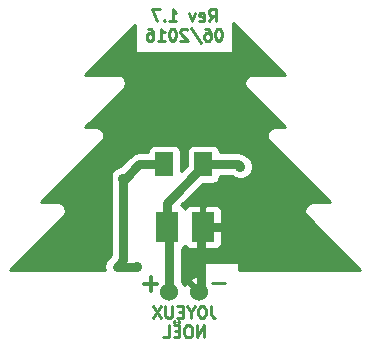
<source format=gbl>
G04 #@! TF.FileFunction,Copper,L2,Bot,Signal*
%FSLAX46Y46*%
G04 Gerber Fmt 4.6, Leading zero omitted, Abs format (unit mm)*
G04 Created by KiCad (PCBNEW 4.0.1-stable) date 27/05/2016 22:17:39*
%MOMM*%
G01*
G04 APERTURE LIST*
%ADD10C,0.150000*%
%ADD11C,0.250000*%
%ADD12C,0.375000*%
%ADD13C,1.524000*%
%ADD14R,1.524000X2.032000*%
%ADD15R,1.950720X2.499360*%
%ADD16C,0.889000*%
%ADD17C,0.800000*%
%ADD18C,0.254000*%
G04 APERTURE END LIST*
D10*
D11*
X319961428Y-198391429D02*
X318818571Y-198391429D01*
D12*
X314211428Y-198517143D02*
X313068571Y-198517143D01*
X313640000Y-199088571D02*
X313640000Y-197945714D01*
D11*
X318555428Y-176246281D02*
X318888762Y-175770090D01*
X319126857Y-176246281D02*
X319126857Y-175246281D01*
X318745904Y-175246281D01*
X318650666Y-175293900D01*
X318603047Y-175341519D01*
X318555428Y-175436757D01*
X318555428Y-175579614D01*
X318603047Y-175674852D01*
X318650666Y-175722471D01*
X318745904Y-175770090D01*
X319126857Y-175770090D01*
X317745904Y-176198662D02*
X317841142Y-176246281D01*
X318031619Y-176246281D01*
X318126857Y-176198662D01*
X318174476Y-176103424D01*
X318174476Y-175722471D01*
X318126857Y-175627233D01*
X318031619Y-175579614D01*
X317841142Y-175579614D01*
X317745904Y-175627233D01*
X317698285Y-175722471D01*
X317698285Y-175817710D01*
X318174476Y-175912948D01*
X317364952Y-175579614D02*
X317126857Y-176246281D01*
X316888761Y-175579614D01*
X315222094Y-176246281D02*
X315793523Y-176246281D01*
X315507809Y-176246281D02*
X315507809Y-175246281D01*
X315603047Y-175389138D01*
X315698285Y-175484376D01*
X315793523Y-175531995D01*
X314793523Y-176151043D02*
X314745904Y-176198662D01*
X314793523Y-176246281D01*
X314841142Y-176198662D01*
X314793523Y-176151043D01*
X314793523Y-176246281D01*
X314412571Y-175246281D02*
X313745904Y-175246281D01*
X314174476Y-176246281D01*
X319436381Y-176896281D02*
X319341142Y-176896281D01*
X319245904Y-176943900D01*
X319198285Y-176991519D01*
X319150666Y-177086757D01*
X319103047Y-177277233D01*
X319103047Y-177515329D01*
X319150666Y-177705805D01*
X319198285Y-177801043D01*
X319245904Y-177848662D01*
X319341142Y-177896281D01*
X319436381Y-177896281D01*
X319531619Y-177848662D01*
X319579238Y-177801043D01*
X319626857Y-177705805D01*
X319674476Y-177515329D01*
X319674476Y-177277233D01*
X319626857Y-177086757D01*
X319579238Y-176991519D01*
X319531619Y-176943900D01*
X319436381Y-176896281D01*
X318245904Y-176896281D02*
X318436381Y-176896281D01*
X318531619Y-176943900D01*
X318579238Y-176991519D01*
X318674476Y-177134376D01*
X318722095Y-177324852D01*
X318722095Y-177705805D01*
X318674476Y-177801043D01*
X318626857Y-177848662D01*
X318531619Y-177896281D01*
X318341142Y-177896281D01*
X318245904Y-177848662D01*
X318198285Y-177801043D01*
X318150666Y-177705805D01*
X318150666Y-177467710D01*
X318198285Y-177372471D01*
X318245904Y-177324852D01*
X318341142Y-177277233D01*
X318531619Y-177277233D01*
X318626857Y-177324852D01*
X318674476Y-177372471D01*
X318722095Y-177467710D01*
X317007809Y-176848662D02*
X317864952Y-178134376D01*
X316722095Y-176991519D02*
X316674476Y-176943900D01*
X316579238Y-176896281D01*
X316341142Y-176896281D01*
X316245904Y-176943900D01*
X316198285Y-176991519D01*
X316150666Y-177086757D01*
X316150666Y-177181995D01*
X316198285Y-177324852D01*
X316769714Y-177896281D01*
X316150666Y-177896281D01*
X315531619Y-176896281D02*
X315436380Y-176896281D01*
X315341142Y-176943900D01*
X315293523Y-176991519D01*
X315245904Y-177086757D01*
X315198285Y-177277233D01*
X315198285Y-177515329D01*
X315245904Y-177705805D01*
X315293523Y-177801043D01*
X315341142Y-177848662D01*
X315436380Y-177896281D01*
X315531619Y-177896281D01*
X315626857Y-177848662D01*
X315674476Y-177801043D01*
X315722095Y-177705805D01*
X315769714Y-177515329D01*
X315769714Y-177277233D01*
X315722095Y-177086757D01*
X315674476Y-176991519D01*
X315626857Y-176943900D01*
X315531619Y-176896281D01*
X314245904Y-177896281D02*
X314817333Y-177896281D01*
X314531619Y-177896281D02*
X314531619Y-176896281D01*
X314626857Y-177039138D01*
X314722095Y-177134376D01*
X314817333Y-177181995D01*
X313388761Y-176896281D02*
X313579238Y-176896281D01*
X313674476Y-176943900D01*
X313722095Y-176991519D01*
X313817333Y-177134376D01*
X313864952Y-177324852D01*
X313864952Y-177705805D01*
X313817333Y-177801043D01*
X313769714Y-177848662D01*
X313674476Y-177896281D01*
X313483999Y-177896281D01*
X313388761Y-177848662D01*
X313341142Y-177801043D01*
X313293523Y-177705805D01*
X313293523Y-177467710D01*
X313341142Y-177372471D01*
X313388761Y-177324852D01*
X313483999Y-177277233D01*
X313674476Y-177277233D01*
X313769714Y-177324852D01*
X313817333Y-177372471D01*
X313864952Y-177467710D01*
X318741904Y-200357381D02*
X318741904Y-201071667D01*
X318789524Y-201214524D01*
X318884762Y-201309762D01*
X319027619Y-201357381D01*
X319122857Y-201357381D01*
X318075238Y-200357381D02*
X317884761Y-200357381D01*
X317789523Y-200405000D01*
X317694285Y-200500238D01*
X317646666Y-200690714D01*
X317646666Y-201024048D01*
X317694285Y-201214524D01*
X317789523Y-201309762D01*
X317884761Y-201357381D01*
X318075238Y-201357381D01*
X318170476Y-201309762D01*
X318265714Y-201214524D01*
X318313333Y-201024048D01*
X318313333Y-200690714D01*
X318265714Y-200500238D01*
X318170476Y-200405000D01*
X318075238Y-200357381D01*
X317027619Y-200881190D02*
X317027619Y-201357381D01*
X317360952Y-200357381D02*
X317027619Y-200881190D01*
X316694285Y-200357381D01*
X316360952Y-200833571D02*
X316027618Y-200833571D01*
X315884761Y-201357381D02*
X316360952Y-201357381D01*
X316360952Y-200357381D01*
X315884761Y-200357381D01*
X315456190Y-200357381D02*
X315456190Y-201166905D01*
X315408571Y-201262143D01*
X315360952Y-201309762D01*
X315265714Y-201357381D01*
X315075237Y-201357381D01*
X314979999Y-201309762D01*
X314932380Y-201262143D01*
X314884761Y-201166905D01*
X314884761Y-200357381D01*
X314503809Y-200357381D02*
X313837142Y-201357381D01*
X313837142Y-200357381D02*
X314503809Y-201357381D01*
X318146667Y-203007381D02*
X318146667Y-202007381D01*
X317575238Y-203007381D01*
X317575238Y-202007381D01*
X316908572Y-202007381D02*
X316718095Y-202007381D01*
X316622857Y-202055000D01*
X316527619Y-202150238D01*
X316480000Y-202340714D01*
X316480000Y-202674048D01*
X316527619Y-202864524D01*
X316622857Y-202959762D01*
X316718095Y-203007381D01*
X316908572Y-203007381D01*
X317003810Y-202959762D01*
X317099048Y-202864524D01*
X317146667Y-202674048D01*
X317146667Y-202340714D01*
X317099048Y-202150238D01*
X317003810Y-202055000D01*
X316908572Y-202007381D01*
X316051429Y-202483571D02*
X315718095Y-202483571D01*
X315575238Y-203007381D02*
X316051429Y-203007381D01*
X316051429Y-202007381D01*
X315575238Y-202007381D01*
X316003810Y-201674048D02*
X315956191Y-201721667D01*
X316003810Y-201769286D01*
X316051429Y-201721667D01*
X316003810Y-201674048D01*
X316003810Y-201769286D01*
X315622857Y-201674048D02*
X315575238Y-201721667D01*
X315622857Y-201769286D01*
X315670476Y-201721667D01*
X315622857Y-201674048D01*
X315622857Y-201769286D01*
X314670476Y-203007381D02*
X315146667Y-203007381D01*
X315146667Y-202007381D01*
D13*
X317754000Y-199199500D03*
X315214000Y-199199500D03*
D14*
X314782200Y-188353700D03*
X318084200Y-188353700D03*
D15*
X315010800Y-193687700D03*
X318058800Y-193687700D03*
D16*
X321208400Y-188556900D03*
X309981600Y-192366900D03*
X312470800Y-197040500D03*
X311302400Y-189572900D03*
D17*
X321005200Y-188353700D02*
X318084200Y-188353700D01*
X321208400Y-188556900D02*
X321005200Y-188353700D01*
X318084200Y-188353700D02*
X318084200Y-188531500D01*
X315010800Y-191604900D02*
X315010800Y-193687700D01*
X318084200Y-188531500D02*
X315010800Y-191604900D01*
X315214000Y-199199500D02*
X315214000Y-193890900D01*
X315214000Y-193890900D02*
X315010800Y-193687700D01*
X313893200Y-185762900D02*
X311658000Y-185762900D01*
X309981600Y-188963300D02*
X309981600Y-192366900D01*
X309981600Y-187540900D02*
X309981600Y-188963300D01*
X310286400Y-187236100D02*
X309981600Y-187540900D01*
X310286400Y-187134500D02*
X310286400Y-187236100D01*
X311658000Y-185762900D02*
X310286400Y-187134500D01*
X318058800Y-193687700D02*
X319684400Y-193687700D01*
X321157600Y-185762900D02*
X315163200Y-185762900D01*
X315163200Y-185762900D02*
X313893200Y-185762900D01*
X313893200Y-185762900D02*
X313791600Y-185762900D01*
X322681600Y-187286900D02*
X321157600Y-185762900D01*
X322728279Y-192468537D02*
X322681600Y-187286900D01*
X319684400Y-193687700D02*
X322728279Y-192468537D01*
X317881000Y-197040500D02*
X317881000Y-193865500D01*
X317881000Y-193865500D02*
X318058800Y-193687700D01*
X317881000Y-196786500D02*
X317881000Y-197040500D01*
X317881000Y-197040500D02*
X317881000Y-199072500D01*
X317881000Y-199072500D02*
X317754000Y-199199500D01*
X311302400Y-189572900D02*
X311454800Y-189572900D01*
X312674000Y-188353700D02*
X314782200Y-188353700D01*
X311454800Y-189572900D02*
X312674000Y-188353700D01*
X312470800Y-197040500D02*
X310743600Y-197040500D01*
X311302400Y-196481700D02*
X311302400Y-189572900D01*
X310743600Y-197040500D02*
X311302400Y-196481700D01*
X314782200Y-188353700D02*
X314401200Y-188353700D01*
D18*
G36*
X324993408Y-180773000D02*
X322262500Y-180773000D01*
X321990795Y-180827046D01*
X321760454Y-180980954D01*
X321606546Y-181211295D01*
X321552500Y-181483000D01*
X321606546Y-181754705D01*
X321760454Y-181985046D01*
X324993408Y-185218000D01*
X324167500Y-185218000D01*
X323895795Y-185272046D01*
X323665454Y-185425954D01*
X323511546Y-185656295D01*
X323457500Y-185928000D01*
X323511546Y-186199705D01*
X323665454Y-186430046D01*
X328803408Y-191568000D01*
X327342500Y-191568000D01*
X327070795Y-191622046D01*
X326840454Y-191775954D01*
X326686546Y-192006295D01*
X326632500Y-192278000D01*
X326686546Y-192549705D01*
X326840454Y-192780046D01*
X331343409Y-197283000D01*
X321078572Y-197283000D01*
X321078572Y-196610000D01*
X317701429Y-196610000D01*
X317701429Y-197803383D01*
X317406632Y-197818138D01*
X317022857Y-197977103D01*
X316953392Y-198219287D01*
X317701429Y-198967324D01*
X317701429Y-199195000D01*
X317569895Y-199195000D01*
X316773787Y-198398892D01*
X316531603Y-198468357D01*
X316481491Y-198608818D01*
X316399010Y-198409197D01*
X316249000Y-198258925D01*
X316249000Y-195522831D01*
X316437601Y-195401470D01*
X316531456Y-195264108D01*
X316545113Y-195297079D01*
X316723742Y-195475707D01*
X316957131Y-195572380D01*
X317773050Y-195572380D01*
X317931800Y-195413630D01*
X317931800Y-193814700D01*
X318185800Y-193814700D01*
X318185800Y-195413630D01*
X318344550Y-195572380D01*
X319160469Y-195572380D01*
X319393858Y-195475707D01*
X319572487Y-195297079D01*
X319669160Y-195063690D01*
X319669160Y-193973450D01*
X319510410Y-193814700D01*
X318185800Y-193814700D01*
X317931800Y-193814700D01*
X317911800Y-193814700D01*
X317911800Y-193560700D01*
X317931800Y-193560700D01*
X317931800Y-191961770D01*
X318185800Y-191961770D01*
X318185800Y-193560700D01*
X319510410Y-193560700D01*
X319669160Y-193401950D01*
X319669160Y-192311710D01*
X319572487Y-192078321D01*
X319393858Y-191899693D01*
X319160469Y-191803020D01*
X318344550Y-191803020D01*
X318185800Y-191961770D01*
X317931800Y-191961770D01*
X317773050Y-191803020D01*
X316957131Y-191803020D01*
X316723742Y-191899693D01*
X316545113Y-192078321D01*
X316531082Y-192112195D01*
X316450250Y-191986579D01*
X316238050Y-191841589D01*
X316237861Y-191841551D01*
X318062271Y-190017140D01*
X318846200Y-190017140D01*
X319081517Y-189972862D01*
X319297641Y-189833790D01*
X319442631Y-189621590D01*
X319489792Y-189388700D01*
X320513436Y-189388700D01*
X320596114Y-189471522D01*
X320992732Y-189636213D01*
X321422184Y-189636587D01*
X321819089Y-189472589D01*
X322123022Y-189169186D01*
X322287713Y-188772568D01*
X322288087Y-188343116D01*
X322124089Y-187946211D01*
X321820686Y-187642278D01*
X321680550Y-187584088D01*
X321401277Y-187397485D01*
X321005200Y-187318699D01*
X321005195Y-187318700D01*
X319490065Y-187318700D01*
X319449362Y-187102383D01*
X319310290Y-186886259D01*
X319098090Y-186741269D01*
X318846200Y-186690260D01*
X317322200Y-186690260D01*
X317086883Y-186734538D01*
X316870759Y-186873610D01*
X316725769Y-187085810D01*
X316674760Y-187337700D01*
X316674760Y-188477229D01*
X316191640Y-188960349D01*
X316191640Y-187337700D01*
X316147362Y-187102383D01*
X316008290Y-186886259D01*
X315796090Y-186741269D01*
X315544200Y-186690260D01*
X314020200Y-186690260D01*
X313784883Y-186734538D01*
X313568759Y-186873610D01*
X313423769Y-187085810D01*
X313376608Y-187318700D01*
X312674005Y-187318700D01*
X312674000Y-187318699D01*
X312277922Y-187397485D01*
X312158601Y-187477213D01*
X311942144Y-187621844D01*
X311942142Y-187621847D01*
X311058213Y-188505775D01*
X310691711Y-188657211D01*
X310387778Y-188960614D01*
X310223087Y-189357232D01*
X310222713Y-189786684D01*
X310267400Y-189894835D01*
X310267400Y-196052988D01*
X310011744Y-196308644D01*
X309787385Y-196644423D01*
X309708599Y-197040500D01*
X309756836Y-197283000D01*
X301751592Y-197283000D01*
X306254543Y-192780048D01*
X306254546Y-192780046D01*
X306408454Y-192549705D01*
X306455795Y-192311710D01*
X306462501Y-192278000D01*
X306408454Y-192006295D01*
X306254546Y-191775954D01*
X306024205Y-191622046D01*
X305752500Y-191567999D01*
X305752495Y-191568000D01*
X304355092Y-191568000D01*
X309493046Y-186430046D01*
X309646954Y-186199705D01*
X309701000Y-185928000D01*
X309646954Y-185656295D01*
X309493046Y-185425954D01*
X309262705Y-185272046D01*
X308991000Y-185218000D01*
X308101592Y-185218000D01*
X311334546Y-181985046D01*
X311488454Y-181754705D01*
X311542500Y-181483000D01*
X311488454Y-181211295D01*
X311334546Y-180980954D01*
X311104205Y-180827046D01*
X310832500Y-180773000D01*
X308101592Y-180773000D01*
X312343048Y-176531544D01*
X312343048Y-178903900D01*
X320624953Y-178903900D01*
X320624953Y-176404545D01*
X324993408Y-180773000D01*
X324993408Y-180773000D01*
G37*
X324993408Y-180773000D02*
X322262500Y-180773000D01*
X321990795Y-180827046D01*
X321760454Y-180980954D01*
X321606546Y-181211295D01*
X321552500Y-181483000D01*
X321606546Y-181754705D01*
X321760454Y-181985046D01*
X324993408Y-185218000D01*
X324167500Y-185218000D01*
X323895795Y-185272046D01*
X323665454Y-185425954D01*
X323511546Y-185656295D01*
X323457500Y-185928000D01*
X323511546Y-186199705D01*
X323665454Y-186430046D01*
X328803408Y-191568000D01*
X327342500Y-191568000D01*
X327070795Y-191622046D01*
X326840454Y-191775954D01*
X326686546Y-192006295D01*
X326632500Y-192278000D01*
X326686546Y-192549705D01*
X326840454Y-192780046D01*
X331343409Y-197283000D01*
X321078572Y-197283000D01*
X321078572Y-196610000D01*
X317701429Y-196610000D01*
X317701429Y-197803383D01*
X317406632Y-197818138D01*
X317022857Y-197977103D01*
X316953392Y-198219287D01*
X317701429Y-198967324D01*
X317701429Y-199195000D01*
X317569895Y-199195000D01*
X316773787Y-198398892D01*
X316531603Y-198468357D01*
X316481491Y-198608818D01*
X316399010Y-198409197D01*
X316249000Y-198258925D01*
X316249000Y-195522831D01*
X316437601Y-195401470D01*
X316531456Y-195264108D01*
X316545113Y-195297079D01*
X316723742Y-195475707D01*
X316957131Y-195572380D01*
X317773050Y-195572380D01*
X317931800Y-195413630D01*
X317931800Y-193814700D01*
X318185800Y-193814700D01*
X318185800Y-195413630D01*
X318344550Y-195572380D01*
X319160469Y-195572380D01*
X319393858Y-195475707D01*
X319572487Y-195297079D01*
X319669160Y-195063690D01*
X319669160Y-193973450D01*
X319510410Y-193814700D01*
X318185800Y-193814700D01*
X317931800Y-193814700D01*
X317911800Y-193814700D01*
X317911800Y-193560700D01*
X317931800Y-193560700D01*
X317931800Y-191961770D01*
X318185800Y-191961770D01*
X318185800Y-193560700D01*
X319510410Y-193560700D01*
X319669160Y-193401950D01*
X319669160Y-192311710D01*
X319572487Y-192078321D01*
X319393858Y-191899693D01*
X319160469Y-191803020D01*
X318344550Y-191803020D01*
X318185800Y-191961770D01*
X317931800Y-191961770D01*
X317773050Y-191803020D01*
X316957131Y-191803020D01*
X316723742Y-191899693D01*
X316545113Y-192078321D01*
X316531082Y-192112195D01*
X316450250Y-191986579D01*
X316238050Y-191841589D01*
X316237861Y-191841551D01*
X318062271Y-190017140D01*
X318846200Y-190017140D01*
X319081517Y-189972862D01*
X319297641Y-189833790D01*
X319442631Y-189621590D01*
X319489792Y-189388700D01*
X320513436Y-189388700D01*
X320596114Y-189471522D01*
X320992732Y-189636213D01*
X321422184Y-189636587D01*
X321819089Y-189472589D01*
X322123022Y-189169186D01*
X322287713Y-188772568D01*
X322288087Y-188343116D01*
X322124089Y-187946211D01*
X321820686Y-187642278D01*
X321680550Y-187584088D01*
X321401277Y-187397485D01*
X321005200Y-187318699D01*
X321005195Y-187318700D01*
X319490065Y-187318700D01*
X319449362Y-187102383D01*
X319310290Y-186886259D01*
X319098090Y-186741269D01*
X318846200Y-186690260D01*
X317322200Y-186690260D01*
X317086883Y-186734538D01*
X316870759Y-186873610D01*
X316725769Y-187085810D01*
X316674760Y-187337700D01*
X316674760Y-188477229D01*
X316191640Y-188960349D01*
X316191640Y-187337700D01*
X316147362Y-187102383D01*
X316008290Y-186886259D01*
X315796090Y-186741269D01*
X315544200Y-186690260D01*
X314020200Y-186690260D01*
X313784883Y-186734538D01*
X313568759Y-186873610D01*
X313423769Y-187085810D01*
X313376608Y-187318700D01*
X312674005Y-187318700D01*
X312674000Y-187318699D01*
X312277922Y-187397485D01*
X312158601Y-187477213D01*
X311942144Y-187621844D01*
X311942142Y-187621847D01*
X311058213Y-188505775D01*
X310691711Y-188657211D01*
X310387778Y-188960614D01*
X310223087Y-189357232D01*
X310222713Y-189786684D01*
X310267400Y-189894835D01*
X310267400Y-196052988D01*
X310011744Y-196308644D01*
X309787385Y-196644423D01*
X309708599Y-197040500D01*
X309756836Y-197283000D01*
X301751592Y-197283000D01*
X306254543Y-192780048D01*
X306254546Y-192780046D01*
X306408454Y-192549705D01*
X306455795Y-192311710D01*
X306462501Y-192278000D01*
X306408454Y-192006295D01*
X306254546Y-191775954D01*
X306024205Y-191622046D01*
X305752500Y-191567999D01*
X305752495Y-191568000D01*
X304355092Y-191568000D01*
X309493046Y-186430046D01*
X309646954Y-186199705D01*
X309701000Y-185928000D01*
X309646954Y-185656295D01*
X309493046Y-185425954D01*
X309262705Y-185272046D01*
X308991000Y-185218000D01*
X308101592Y-185218000D01*
X311334546Y-181985046D01*
X311488454Y-181754705D01*
X311542500Y-181483000D01*
X311488454Y-181211295D01*
X311334546Y-180980954D01*
X311104205Y-180827046D01*
X310832500Y-180773000D01*
X308101592Y-180773000D01*
X312343048Y-176531544D01*
X312343048Y-178903900D01*
X320624953Y-178903900D01*
X320624953Y-176404545D01*
X324993408Y-180773000D01*
M02*

</source>
